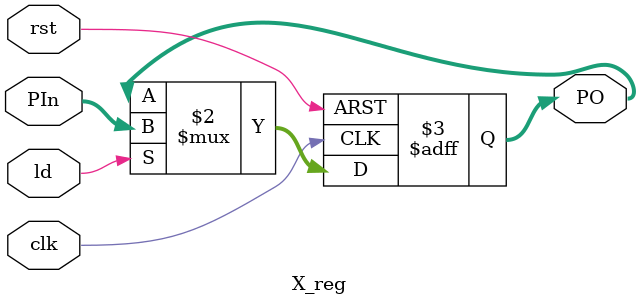
<source format=v>
module X_reg(input clk,rst,ld,input[15:0] PIn, output reg [15:0] PO);
	always @(posedge clk,posedge rst) begin
        if(rst)
            PO <= 16'b0;
        else
            PO <= (ld) ? PIn : PO;
    end
endmodule
</source>
